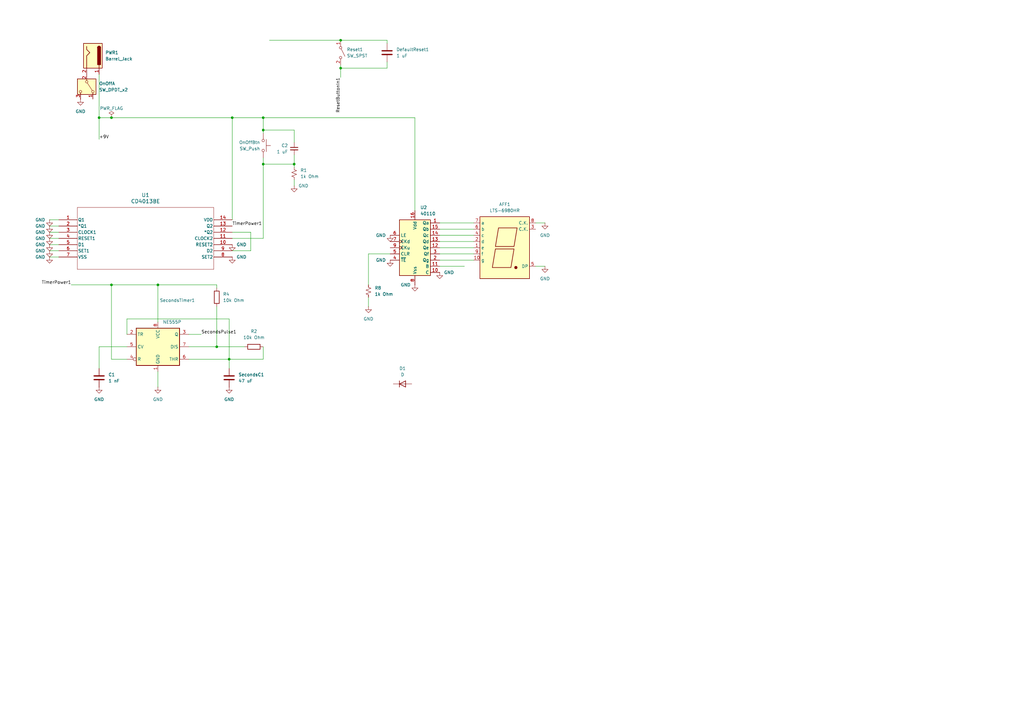
<source format=kicad_sch>
(kicad_sch (version 20231120) (generator "eeschema") (generator_version "8.0")
  (paper "A3")
  (lib_symbols
    (symbol "4xxx_IEEE:40110"
      (property "Reference" "U" (at 6.35 13.97 0))
      (property "Value" "40110" (at 7.62 -13.97 0))
      (symbol "40110_0_1"
        (rectangle (start -6.35 11.43) (end 6.35 -11.43) (stroke (width 0.254)) (fill (type background)))
      )
      (symbol "40110_1_1"
        (pin output line (at 10.16 10.16 180) (length 3.81) (name "Qa") (number "1"))
        (pin output line (at 10.16 -10.16 180) (length 3.81) (name "C") (number "10"))
        (pin output line (at 10.16 -7.62 180) (length 3.81) (name "B") (number "11"))
        (pin output line (at 10.16 0 180) (length 3.81) (name "Qe") (number "12"))
        (pin output line (at 10.16 2.54 180) (length 3.81) (name "Qd") (number "13"))
        (pin output line (at 10.16 5.08 180) (length 3.81) (name "Qc") (number "14"))
        (pin output line (at 10.16 7.62 180) (length 3.81) (name "Qb") (number "15"))
        (pin power_in line (at 0 15.24 270) (length 3.81) (name "Vdd") (number "16"))
        (pin output line (at 10.16 -5.08 180) (length 3.81) (name "Qg") (number "2"))
        (pin output line (at 10.16 -2.54 180) (length 3.81) (name "Qf") (number "3"))
        (pin input line (at -10.16 -5.08 0) (length 3.81) (name "~{TE}") (number "4"))
        (pin input line (at -10.16 -2.54 0) (length 3.81) (name "CLR") (number "5"))
        (pin input line (at -10.16 5.08 0) (length 3.81) (name "LE") (number "6"))
        (pin input clock (at -10.16 2.54 0) (length 3.81) (name "CKd") (number "7"))
        (pin power_in line (at 0 -15.24 90) (length 3.81) (name "Vss") (number "8"))
        (pin input clock (at -10.16 0 0) (length 3.81) (name "CKu") (number "9"))
      )
    )
    (symbol "CD4013BE:CD4013BE" (pin_names (offset 0.254))
      (property "Reference" "U" (at 35.56 10.16 0))
      (property "Value" "CD4013BE" (at 35.56 7.62 0))
      (symbol "CD4013BE_0_1"
        (polyline (pts (xy 7.62 -20.32) (xy 63.5 -20.32)) (stroke (width 0.127)))
        (polyline (pts (xy 7.62 5.08) (xy 7.62 -20.32)) (stroke (width 0.127)))
        (polyline (pts (xy 63.5 -20.32) (xy 63.5 5.08)) (stroke (width 0.127)))
        (polyline (pts (xy 63.5 5.08) (xy 7.62 5.08)) (stroke (width 0.127)))
        (pin unspecified line (at 0 0 0) (length 7.62) (name "Q1") (number "1"))
        (pin unspecified line (at 71.12 -10.16 180) (length 7.62) (name "RESET2") (number "10"))
        (pin unspecified line (at 71.12 -7.62 180) (length 7.62) (name "CLOCK2") (number "11"))
        (pin unspecified line (at 71.12 -5.08 180) (length 7.62) (name "*Q2") (number "12"))
        (pin unspecified line (at 71.12 -2.54 180) (length 7.62) (name "Q2") (number "13"))
        (pin power_in line (at 71.12 0 180) (length 7.62) (name "VDD") (number "14"))
        (pin unspecified line (at 0 -2.54 0) (length 7.62) (name "*Q1") (number "2"))
        (pin unspecified line (at 0 -5.08 0) (length 7.62) (name "CLOCK1") (number "3"))
        (pin unspecified line (at 0 -7.62 0) (length 7.62) (name "RESET1") (number "4"))
        (pin unspecified line (at 0 -10.16 0) (length 7.62) (name "D1") (number "5"))
        (pin unspecified line (at 0 -12.7 0) (length 7.62) (name "SET1") (number "6"))
        (pin power_in line (at 0 -15.24 0) (length 7.62) (name "VSS") (number "7"))
        (pin unspecified line (at 71.12 -15.24 180) (length 7.62) (name "SET2") (number "8"))
        (pin unspecified line (at 71.12 -12.7 180) (length 7.62) (name "D2") (number "9"))
      )
    )
    (symbol "Connector:Barrel_Jack" (pin_names (offset 1.016))
      (property "Reference" "J" (at 0 5.334 0))
      (property "Value" "Barrel_Jack" (at 0 -5.08 0))
      (symbol "Barrel_Jack_0_1"
        (rectangle (start -5.08 3.81) (end 5.08 -3.81) (stroke (width 0.254)) (fill (type background)))
        (arc (start -3.302 3.175) (mid -3.9343 2.54) (end -3.302 1.905) (stroke (width 0.254)))
        (arc (start -3.302 3.175) (mid -3.9343 2.54) (end -3.302 1.905) (stroke (width 0.254)) (fill (type outline)))
        (polyline (pts (xy 5.08 2.54) (xy 3.81 2.54)) (stroke (width 0.254)))
        (polyline (pts (xy -3.81 -2.54) (xy -2.54 -2.54) (xy -1.27 -1.27) (xy 0 -2.54) (xy 2.54 -2.54) (xy 5.08 -2.54)) (stroke (width 0.254)))
        (rectangle (start 3.683 3.175) (end -3.302 1.905) (stroke (width 0.254)) (fill (type outline)))
      )
      (symbol "Barrel_Jack_1_1"
        (pin passive line (at 7.62 2.54 180) (length 2.54) (name "~") (number "1"))
        (pin passive line (at 7.62 -2.54 180) (length 2.54) (name "~") (number "2"))
      )
    )
    (symbol "Device:C" (pin_numbers hide) (pin_names (offset 0.254))
      (property "Reference" "C" (at 0.635 2.54 0))
      (property "Value" "C" (at 0.635 -2.54 0))
      (symbol "C_0_1"
        (polyline (pts (xy -2.032 -0.762) (xy 2.032 -0.762)) (stroke (width 0.508)))
        (polyline (pts (xy -2.032 0.762) (xy 2.032 0.762)) (stroke (width 0.508)))
      )
      (symbol "C_1_1"
        (pin passive line (at 0 3.81 270) (length 2.794) (name "~") (number "1"))
        (pin passive line (at 0 -3.81 90) (length 2.794) (name "~") (number "2"))
      )
    )
    (symbol "Device:C_Small" (pin_numbers hide) (pin_names (offset 0.254) hide)
      (property "Reference" "C" (at 0.254 1.778 0))
      (property "Value" "C_Small" (at 0.254 -2.032 0))
      (symbol "C_Small_0_1"
        (polyline (pts (xy -1.524 -0.508) (xy 1.524 -0.508)) (stroke (width 0.3302)))
        (polyline (pts (xy -1.524 0.508) (xy 1.524 0.508)) (stroke (width 0.3048)))
      )
      (symbol "C_Small_1_1"
        (pin passive line (at 0 2.54 270) (length 2.032) (name "~") (number "1"))
        (pin passive line (at 0 -2.54 90) (length 2.032) (name "~") (number "2"))
      )
    )
    (symbol "Device:D" (pin_numbers hide) (pin_names (offset 1.016) hide)
      (property "Reference" "D" (at 0 2.54 0))
      (property "Value" "D" (at 0 -2.54 0))
      (symbol "D_0_1"
        (polyline (pts (xy -1.27 1.27) (xy -1.27 -1.27)) (stroke (width 0.254)))
        (polyline (pts (xy 1.27 0) (xy -1.27 0)))
        (polyline (pts (xy 1.27 1.27) (xy 1.27 -1.27) (xy -1.27 0) (xy 1.27 1.27)) (stroke (width 0.254)))
      )
      (symbol "D_1_1"
        (pin passive line (at -3.81 0 0) (length 2.54) (name "K") (number "1"))
        (pin passive line (at 3.81 0 180) (length 2.54) (name "A") (number "2"))
      )
    )
    (symbol "Device:R" (pin_numbers hide) (pin_names (offset 0))
      (property "Reference" "R" (at 2.032 0 90))
      (property "Value" "R" (at 0 0 90))
      (symbol "R_0_1"
        (rectangle (start -1.016 -2.54) (end 1.016 2.54) (stroke (width 0.254)))
      )
      (symbol "R_1_1"
        (pin passive line (at 0 3.81 270) (length 1.27) (name "~") (number "1"))
        (pin passive line (at 0 -3.81 90) (length 1.27) (name "~") (number "2"))
      )
    )
    (symbol "Device:R_Small_US" (pin_numbers hide) (pin_names (offset 0.254) hide)
      (property "Reference" "R" (at 0.762 0.508 0))
      (property "Value" "R_Small_US" (at 0.762 -1.016 0))
      (symbol "R_Small_US_1_1"
        (polyline (pts (xy 0 0) (xy 1.016 -0.381) (xy 0 -0.762) (xy -1.016 -1.143) (xy 0 -1.524)))
        (polyline (pts (xy 0 1.524) (xy 1.016 1.143) (xy 0 0.762) (xy -1.016 0.381) (xy 0 0)))
        (pin passive line (at 0 2.54 270) (length 1.016) (name "~") (number "1"))
        (pin passive line (at 0 -2.54 90) (length 1.016) (name "~") (number "2"))
      )
    )
    (symbol "Display_Character:LTS-6980HR"
      (property "Reference" "AFF" (at -7.874 13.97 0))
      (property "Value" "LTS-6980HR" (at 4.064 13.97 0))
      (symbol "LTS-6980HR_0_1"
        (rectangle (start -10.16 12.7) (end 10.16 -12.7) (stroke (width 0.254)) (fill (type background)))
        (polyline (pts (xy -3.81 -0.508) (xy 3.81 -0.508) (xy 2.54 -8.128) (xy -5.08 -8.128) (xy -3.81 -0.508) (xy -3.81 -0.508)) (stroke (width 0.254)))
        (polyline (pts (xy -2.54 8.128) (xy 5.08 8.128) (xy 3.81 0.508) (xy -3.81 0.508) (xy -2.54 8.128) (xy -2.54 8.128)) (stroke (width 0.254)))
        (circle (center 4.572 -8.128) (radius 0.508) (stroke (width 0.254)) (fill (type outline)))
      )
      (symbol "LTS-6980HR_1_1"
        (pin passive line (at -12.7 0 0) (length 2.54) (name "e") (number "1"))
        (pin passive line (at -12.7 -5.08 0) (length 2.54) (name "g") (number "10"))
        (pin passive line (at -12.7 2.54 0) (length 2.54) (name "d") (number "2"))
        (pin passive line (at 12.7 7.62 180) (length 2.54) (name "C.K.") (number "3"))
        (pin passive line (at -12.7 5.08 0) (length 2.54) (name "c") (number "4"))
        (pin passive line (at 12.7 -7.62 180) (length 2.54) (name "DP") (number "5"))
        (pin passive line (at -12.7 7.62 0) (length 2.54) (name "b") (number "6"))
        (pin passive line (at -12.7 10.16 0) (length 2.54) (name "a") (number "7"))
        (pin passive line (at 12.7 10.16 180) (length 2.54) (name "C.K.") (number "8"))
        (pin passive line (at -12.7 -2.54 0) (length 2.54) (name "f") (number "9"))
      )
    )
    (symbol "Switch:SW_DPDT_x2" (pin_names (offset 0) hide)
      (property "Reference" "SW" (at 0 5.08 0))
      (property "Value" "SW_DPDT_x2" (at 0 -5.08 0))
      (symbol "SW_DPDT_x2_0_0"
        (circle (center -2.032 0) (radius 0.508))
        (circle (center 2.032 -2.54) (radius 0.508))
      )
      (symbol "SW_DPDT_x2_0_1"
        (rectangle (start -3.175 3.81) (end 3.175 -3.81) (stroke (width 0.254)) (fill (type background)))
        (polyline (pts (xy -1.524 0.254) (xy 1.5748 2.286)))
        (circle (center 2.032 2.54) (radius 0.508))
      )
      (symbol "SW_DPDT_x2_1_1"
        (pin passive line (at 5.08 2.54 180) (length 2.54) (name "A") (number "1"))
        (pin passive line (at -5.08 0 0) (length 2.54) (name "B") (number "2"))
        (pin passive line (at 5.08 -2.54 180) (length 2.54) (name "C") (number "3"))
      )
      (symbol "SW_DPDT_x2_2_1"
        (pin passive line (at 5.08 2.54 180) (length 2.54) (name "A") (number "4"))
        (pin passive line (at -5.08 0 0) (length 2.54) (name "B") (number "5"))
        (pin passive line (at 5.08 -2.54 180) (length 2.54) (name "C") (number "6"))
      )
    )
    (symbol "Switch:SW_Push" (pin_numbers hide) (pin_names (offset 1.016) hide)
      (property "Reference" "SW" (at 1.27 2.54 0))
      (property "Value" "SW_Push" (at 0 -1.524 0))
      (symbol "SW_Push_0_1"
        (circle (center -2.032 0) (radius 0.508))
        (polyline (pts (xy 0 1.27) (xy 0 3.048)))
        (polyline (pts (xy 2.54 1.27) (xy -2.54 1.27)))
        (circle (center 2.032 0) (radius 0.508))
        (pin passive line (at -5.08 0 0) (length 2.54) (name "1") (number "1"))
        (pin passive line (at 5.08 0 180) (length 2.54) (name "2") (number "2"))
      )
    )
    (symbol "Switch:SW_SPST" (pin_names (offset 0) hide)
      (property "Reference" "SW" (at 0 3.175 0))
      (property "Value" "SW_SPST" (at 0 -2.54 0))
      (symbol "SW_SPST_0_0"
        (circle (center -2.032 0) (radius 0.508))
        (polyline (pts (xy -1.524 0.254) (xy 1.524 1.778)))
        (circle (center 2.032 0) (radius 0.508))
      )
      (symbol "SW_SPST_1_1"
        (pin passive line (at -5.08 0 0) (length 2.54) (name "A") (number "1"))
        (pin passive line (at 5.08 0 180) (length 2.54) (name "B") (number "2"))
      )
    )
    (symbol "Timer:NE555P"
      (property "Reference" "U" (at -10.16 8.89 0))
      (property "Value" "NE555P" (at 2.54 8.89 0))
      (symbol "NE555P_0_0"
        (pin power_in line (at 0 -10.16 90) (length 2.54) (name "GND") (number "1"))
        (pin power_in line (at 0 10.16 270) (length 2.54) (name "VCC") (number "8"))
      )
      (symbol "NE555P_0_1"
        (rectangle (start -8.89 -7.62) (end 8.89 7.62) (stroke (width 0.254)) (fill (type background)))
        (rectangle (start -8.89 -7.62) (end 8.89 7.62) (stroke (width 0.254)) (fill (type background)))
      )
      (symbol "NE555P_1_1"
        (pin input line (at -12.7 5.08 0) (length 3.81) (name "TR") (number "2"))
        (pin output line (at 12.7 5.08 180) (length 3.81) (name "Q") (number "3"))
        (pin input inverted (at -12.7 -5.08 0) (length 3.81) (name "R") (number "4"))
        (pin input line (at -12.7 0 0) (length 3.81) (name "CV") (number "5"))
        (pin input line (at 12.7 -5.08 180) (length 3.81) (name "THR") (number "6"))
        (pin input line (at 12.7 0 180) (length 3.81) (name "DIS") (number "7"))
      )
    )
    (symbol "power:GND" (power) (pin_numbers hide) (pin_names (offset 0) hide)
      (property "Value" "GND" (at 0 -3.81 0))
      (symbol "GND_0_1"
        (polyline (pts (xy 0 0) (xy 0 -1.27) (xy 1.27 -1.27) (xy 0 -2.54) (xy -1.27 -1.27) (xy 0 -1.27)))
      )
      (symbol "GND_1_1"
        (pin power_in line (at 0 0 270) (length 0) (name "~") (number "1"))
      )
    )
    (symbol "power:PWR_FLAG" (power) (pin_numbers hide) (pin_names (offset 0) hide)
      (property "Value" "PWR_FLAG" (at 0 3.81 0))
      (symbol "PWR_FLAG_0_0"
        (pin power_out line (at 0 0 90) (length 0) (name "~") (number "1"))
      )
      (symbol "PWR_FLAG_0_1"
        (polyline (pts (xy 0 0) (xy 0 1.27) (xy -1.016 1.905) (xy 0 2.54) (xy 1.016 1.905) (xy 0 1.27)))
      )
    )
  )
  (junction (at 88.9 142.24))
  (junction (at 107.95 53.34))
  (junction (at 40.64 48.26))
  (junction (at 95.25 48.26))
  (junction (at 45.72 116.84))
  (junction (at 64.77 116.84))
  (junction (at 120.65 67.31))
  (junction (at 139.7 16.51))
  (junction (at 107.95 48.26))
  (junction (at 45.72 48.26))
  (junction (at 93.98 147.32))
  (junction (at 107.95 67.31))
  (junction (at 139.7 27.94))
  (wire (pts (xy 20.32 92.71) (xy 24.13 92.71)))
  (wire (pts (xy 95.25 95.25) (xy 102.87 95.25)))
  (wire (pts (xy 64.77 116.84) (xy 88.9 116.84)))
  (wire (pts (xy 20.32 97.79) (xy 24.13 97.79)))
  (wire (pts (xy 180.34 99.06) (xy 194.31 99.06)))
  (wire (pts (xy 139.7 27.94) (xy 139.7 31.75)))
  (wire (pts (xy 139.7 26.67) (xy 139.7 27.94)))
  (wire (pts (xy 40.64 30.48) (xy 40.64 48.26)))
  (wire (pts (xy 45.72 147.32) (xy 52.07 147.32)))
  (wire (pts (xy 95.25 48.26) (xy 95.25 90.17)))
  (wire (pts (xy 151.13 104.14) (xy 151.13 116.84)))
  (wire (pts (xy 20.32 105.41) (xy 24.13 105.41)))
  (wire (pts (xy 88.9 142.24) (xy 100.33 142.24)))
  (wire (pts (xy 139.7 16.51) (xy 158.75 16.51)))
  (wire (pts (xy 20.32 95.25) (xy 24.13 95.25)))
  (wire (pts (xy 219.71 109.22) (xy 223.52 109.22)))
  (wire (pts (xy 95.25 48.26) (xy 107.95 48.26)))
  (wire (pts (xy 180.34 106.68) (xy 194.31 106.68)))
  (wire (pts (xy 45.72 116.84) (xy 45.72 147.32)))
  (wire (pts (xy 151.13 121.92) (xy 151.13 125.73)))
  (wire (pts (xy 158.75 25.4) (xy 158.75 27.94)))
  (wire (pts (xy 120.65 53.34) (xy 107.95 53.34)))
  (wire (pts (xy 93.98 147.32) (xy 77.47 147.32)))
  (wire (pts (xy 107.95 53.34) (xy 107.95 54.61)))
  (wire (pts (xy 180.34 96.52) (xy 194.31 96.52)))
  (wire (pts (xy 170.18 48.26) (xy 107.95 48.26)))
  (wire (pts (xy 107.95 97.79) (xy 107.95 67.31)))
  (wire (pts (xy 88.9 125.73) (xy 88.9 142.24)))
  (wire (pts (xy 170.18 86.36) (xy 170.18 48.26)))
  (wire (pts (xy 120.65 67.31) (xy 120.65 68.58)))
  (wire (pts (xy 88.9 142.24) (xy 77.47 142.24)))
  (wire (pts (xy 180.34 93.98) (xy 194.31 93.98)))
  (wire (pts (xy 120.65 73.66) (xy 120.65 76.2)))
  (wire (pts (xy 64.77 158.75) (xy 64.77 152.4)))
  (wire (pts (xy 107.95 142.24) (xy 107.95 147.32)))
  (wire (pts (xy 158.75 27.94) (xy 139.7 27.94)))
  (wire (pts (xy 29.21 116.84) (xy 45.72 116.84)))
  (wire (pts (xy 20.32 102.87) (xy 24.13 102.87)))
  (wire (pts (xy 107.95 67.31) (xy 107.95 64.77)))
  (wire (pts (xy 180.34 104.14) (xy 194.31 104.14)))
  (wire (pts (xy 180.34 91.44) (xy 194.31 91.44)))
  (wire (pts (xy 40.64 48.26) (xy 40.64 57.15)))
  (wire (pts (xy 107.95 48.26) (xy 107.95 53.34)))
  (wire (pts (xy 95.25 97.79) (xy 107.95 97.79)))
  (wire (pts (xy 40.64 142.24) (xy 40.64 151.13)))
  (wire (pts (xy 45.72 48.26) (xy 95.25 48.26)))
  (wire (pts (xy 151.13 104.14) (xy 160.02 104.14)))
  (wire (pts (xy 45.72 48.26) (xy 40.64 48.26)))
  (wire (pts (xy 93.98 151.13) (xy 93.98 147.32)))
  (wire (pts (xy 180.34 101.6) (xy 194.31 101.6)))
  (wire (pts (xy 102.87 102.87) (xy 102.87 95.25)))
  (wire (pts (xy 93.98 130.81) (xy 93.98 147.32)))
  (wire (pts (xy 52.07 130.81) (xy 93.98 130.81)))
  (wire (pts (xy 77.47 137.16) (xy 82.55 137.16)))
  (wire (pts (xy 64.77 116.84) (xy 64.77 132.08)))
  (wire (pts (xy 107.95 147.32) (xy 93.98 147.32)))
  (wire (pts (xy 158.75 17.78) (xy 158.75 16.51)))
  (wire (pts (xy 52.07 142.24) (xy 40.64 142.24)))
  (wire (pts (xy 45.72 116.84) (xy 64.77 116.84)))
  (wire (pts (xy 180.34 109.22) (xy 190.5 109.22)))
  (wire (pts (xy 219.71 91.44) (xy 223.52 91.44)))
  (wire (pts (xy 120.65 63.5) (xy 120.65 67.31)))
  (wire (pts (xy 120.65 67.31) (xy 107.95 67.31)))
  (wire (pts (xy 88.9 116.84) (xy 88.9 118.11)))
  (wire (pts (xy 95.25 102.87) (xy 102.87 102.87)))
  (wire (pts (xy 110.49 16.51) (xy 139.7 16.51)))
  (wire (pts (xy 20.32 90.17) (xy 24.13 90.17)))
  (wire (pts (xy 120.65 58.42) (xy 120.65 53.34)))
  (wire (pts (xy 52.07 130.81) (xy 52.07 137.16)))
  (wire (pts (xy 20.32 100.33) (xy 24.13 100.33)))
  (label "ResetButtonIn1" (at 139.7 31.75 270))
  (label "SecondsPulse1" (at 82.55 137.16 0))
  (label "TimerPower1" (at 95.25 92.71 0))
  (label "TimerPower1" (at 29.21 116.84 180))
  (label "+9V" (at 40.64 57.15 0))
  (symbol (lib_id "power:GND") (at 20.32 105.41 0) (mirror y) (unit 1)
    (property "Reference" "#PWR07" (effects (hide yes)))
    (property "Value" "GND" (at 16.51 105.41 0))
  )
  (symbol (lib_id "Timer:NE555P") (at 64.77 142.24 0) (unit 1)
    (property "Reference" "SecondsTimer1" (at 65.5194 123.19 0) (effects (justify left)))
    (property "Value" "NE555P" (at 66.7894 132.08 0) (effects (justify left)))
    (property "Footprint" "Package_DIP:DIP-8_W7.62mm" (effects (hide yes)))
    (property "Datasheet" "http://www.ti.com/lit/ds/symlink/ne555.pdf" (effects (hide yes)))
    (property "Description" "Precision Timers, 555 compatible,  PDIP-8" (effects (hide yes)))
  )
  (symbol (lib_id "power:GND") (at 170.18 116.84 0) (mirror y) (unit 1)
    (property "Reference" "#PWR027" (effects (hide yes)))
    (property "Value" "GND" (at 166.37 116.84 0))
  )
  (symbol (lib_id "Device:R") (at 88.9 121.92 0) (unit 1)
    (property "Reference" "R4" (at 91.44 120.6499 0) (effects (justify left)))
    (property "Value" "10k Ohm" (at 91.44 123.1899 0) (effects (justify left)))
    (property "Footprint" "Resistor_THT:R_Axial_DIN0207_L6.3mm_D2.5mm_P10.16mm_Horizontal" (effects (hide yes)))
    (property "Description" "Resistor" (effects (hide yes)))
  )
  (symbol (lib_id "power:GND") (at 95.25 100.33 0) (unit 1)
    (property "Reference" "#PWR021" (effects (hide yes)))
    (property "Value" "GND" (at 99.06 100.33 0))
  )
  (symbol (lib_id "Switch:SW_Push") (at 107.95 59.69 270) (mirror x) (unit 1)
    (property "Reference" "OnOffBtn" (at 106.68 58.4199 90) (effects (justify right)))
    (property "Value" "SW_Push" (at 106.68 60.9599 90) (effects (justify right)))
  )
  (symbol (lib_id "power:GND") (at 120.65 76.2 0) (unit 1)
    (property "Reference" "#PWR012" (effects (hide yes)))
    (property "Value" "GND" (at 124.46 76.2 0))
  )
  (symbol (lib_id "Device:D") (at 165.1 157.48 0) (unit 1)
    (property "Reference" "D1" (at 165.1 151.13 0))
    (property "Value" "D" (at 165.1 153.67 0))
    (property "Description" "Diode" (effects (hide yes)))
    (property "Sim.Device" "D" (effects (hide yes)))
    (property "Sim.Pins" "1=K 2=A" (effects (hide yes)))
  )
  (symbol (lib_id "Device:R_Small_US") (at 151.13 119.38 0) (unit 1)
    (property "Reference" "R8" (at 153.67 118.1099 0) (effects (justify left)))
    (property "Value" "1k Ohm" (at 153.67 120.6499 0) (effects (justify left)))
  )
  (symbol (lib_id "Device:R") (at 104.14 142.24 90) (unit 1)
    (property "Reference" "R2" (at 104.14 135.89 90))
    (property "Value" "10k Ohm" (at 104.14 138.43 90))
    (property "Footprint" "Resistor_THT:R_Axial_DIN0207_L6.3mm_D2.5mm_P10.16mm_Horizontal" (effects (hide yes)))
    (property "Description" "Resistor" (effects (hide yes)))
  )
  (symbol (lib_id "power:GND") (at 180.34 111.76 0) (unit 1)
    (property "Reference" "#PWR028" (effects (hide yes)))
    (property "Value" "GND" (at 184.15 111.76 0))
  )
  (symbol (lib_id "Switch:SW_SPST") (at 139.7 21.59 270) (unit 1)
    (property "Reference" "Reset1" (at 142.24 20.3199 90) (effects (justify left)))
    (property "Value" "SW_SPST" (at 142.24 22.8599 90) (effects (justify left)))
    (property "Footprint" "Button_Switch_THT:SW_PUSH_6mm" (effects (hide yes)))
    (property "Description" "Single Pole Single Throw (SPST) switch" (effects (hide yes)))
  )
  (symbol (lib_id "power:GND") (at 20.32 95.25 0) (mirror y) (unit 1)
    (property "Reference" "#PWR03" (effects (hide yes)))
    (property "Value" "GND" (at 16.51 95.25 0))
  )
  (symbol (lib_id "power:GND") (at 20.32 100.33 0) (mirror y) (unit 1)
    (property "Reference" "#PWR05" (effects (hide yes)))
    (property "Value" "GND" (at 16.51 100.33 0))
  )
  (symbol (lib_id "CD4013BE:CD4013BE") (at 24.13 90.17 0) (unit 1)
    (property "Reference" "U1" (at 59.69 80.01 0) (effects (font (size 1.524 1.524))))
    (property "Value" "CD4013BE" (at 59.69 82.55 0) (effects (font (size 1.524 1.524))))
    (property "Footprint" "N14" (effects (hide yes)))
    (property "Datasheet" "CD4013BE" (effects (hide yes)))
  )
  (symbol (lib_id "power:GND") (at 160.02 96.52 0) (mirror y) (unit 1)
    (property "Reference" "#PWR013" (effects (hide yes)))
    (property "Value" "GND" (at 156.21 96.52 0))
  )
  (symbol (lib_id "power:PWR_FLAG") (at 45.72 48.26 0) (unit 1)
    (property "Reference" "#FLG01" (effects (hide yes)))
    (property "Value" "PWR_FLAG" (at 45.72 44.45 0))
    (property "Description" "Special symbol for telling ERC where power comes from" (effects (hide yes)))
  )
  (symbol (lib_id "power:GND") (at 40.64 158.75 0) (unit 1)
    (property "Reference" "#PWR08" (effects (hide yes)))
    (property "Value" "GND" (at 40.64 163.83 0))
    (property "Description" "Power symbol creates a global label with name \"GND\" , ground" (effects (hide yes)))
  )
  (symbol (lib_id "Display_Character:LTS-6980HR") (at 207.01 101.6 0) (unit 1)
    (property "Reference" "AFF1" (at 207.01 83.82 0))
    (property "Value" "LTS-6980HR" (at 207.01 86.36 0))
    (property "Footprint" "Display_7Segment:7SegmentLED_LTS6760_LTS6780" (effects (hide yes)))
    (property "Datasheet" "http://datasheet.octopart.com/LTS-6960HR-Lite-On-datasheet-11803242.pdf" (effects (hide yes)))
    (property "Description" "DISPLAY 7 SEGMENTS common K, high efficient red" (effects (hide yes)))
  )
  (symbol (lib_id "Connector:Barrel_Jack") (at 38.1 22.86 270) (unit 1)
    (property "Reference" "PWR1" (at 43.18 21.5899 90) (effects (justify left)))
    (property "Value" "Barrel_Jack" (at 43.18 24.1299 90) (effects (justify left)))
    (property "Footprint" "Connector_BarrelJack:BarrelJack_GCT_DCJ200-10-A_Horizontal" (effects (hide yes)))
    (property "Description" "DC Barrel Jack" (effects (hide yes)))
  )
  (symbol (lib_id "Switch:SW_DPDT_x2") (at 35.56 35.56 270) (unit 1)
    (property "Reference" "OnOff" (at 40.64 34.2899 90) (effects (justify left)))
    (property "Value" "SW_DPDT_x2" (at 40.64 36.8299 90) (effects (justify left)))
    (property "Footprint" "slw-1678105:SW_SLW_1678105_DPDT_Slide" (effects (hide yes)))
    (property "Description" "Switch, dual pole double throw, separate symbols" (effects (hide yes)))
  )
  (symbol (lib_id "Device:C") (at 158.75 21.59 0) (unit 1)
    (property "Reference" "DefaultReset1" (at 162.56 20.3199 0) (effects (justify left)))
    (property "Value" "1 uF" (at 162.56 22.8599 0) (effects (justify left)))
    (property "Footprint" "Capacitor_THT:CP_Radial_D8.0mm_P5.00mm" (effects (hide yes)))
    (property "Description" "Unpolarized capacitor" (effects (hide yes)))
  )
  (symbol (lib_id "4xxx_IEEE:40110") (at 170.18 101.6 0) (unit 1)
    (property "Reference" "U2" (at 172.3741 85.09 0) (effects (justify left)))
    (property "Value" "40110" (at 172.3741 87.63 0) (effects (justify left)))
  )
  (symbol (lib_id "power:GND") (at 223.52 91.44 0) (unit 1)
    (property "Reference" "#PWR014" (effects (hide yes)))
    (property "Value" "GND" (at 223.52 96.52 0))
  )
  (symbol (lib_id "Device:R_Small_US") (at 120.65 71.12 0) (unit 1)
    (property "Reference" "R1" (at 123.19 69.8499 0) (effects (justify left)))
    (property "Value" "1k Ohm" (at 123.19 72.3899 0) (effects (justify left)))
  )
  (symbol (lib_id "Device:C_Small") (at 120.65 60.96 0) (mirror y) (unit 1)
    (property "Reference" "C2" (at 118.11 59.6962 0) (effects (justify left)))
    (property "Value" "1 uF" (at 118.11 62.2362 0) (effects (justify left)))
    (property "Description" "Unpolarized capacitor, small symbol" (effects (hide yes)))
  )
  (symbol (lib_id "power:GND") (at 33.02 40.64 0) (unit 1)
    (property "Reference" "#PWR01" (effects (hide yes)))
    (property "Value" "GND" (at 33.02 45.72 0))
    (property "Description" "Power symbol creates a global label with name \"GND\" , ground" (effects (hide yes)))
  )
  (symbol (lib_id "Device:C") (at 40.64 154.94 0) (unit 1)
    (property "Reference" "C1" (at 44.45 153.6699 0) (effects (justify left)))
    (property "Value" "1 nF" (at 44.45 156.2099 0) (effects (justify left)))
    (property "Footprint" "Capacitor_THT:CP_Radial_D5.0mm_P2.50mm" (effects (hide yes)))
    (property "Description" "Unpolarized capacitor" (effects (hide yes)))
  )
  (symbol (lib_id "power:GND") (at 20.32 90.17 0) (mirror y) (unit 1)
    (property "Reference" "#PWR09" (effects (hide yes)))
    (property "Value" "GND" (at 16.51 90.17 0))
  )
  (symbol (lib_id "power:GND") (at 160.02 106.68 0) (mirror y) (unit 1)
    (property "Reference" "#PWR015" (effects (hide yes)))
    (property "Value" "GND" (at 156.21 106.68 0))
  )
  (symbol (lib_id "power:GND") (at 20.32 102.87 0) (mirror y) (unit 1)
    (property "Reference" "#PWR06" (effects (hide yes)))
    (property "Value" "GND" (at 16.51 102.87 0))
  )
  (symbol (lib_id "power:GND") (at 64.77 158.75 0) (unit 1)
    (property "Reference" "#PWR010" (effects (hide yes)))
    (property "Value" "GND" (at 64.77 163.83 0))
    (property "Description" "Power symbol creates a global label with name \"GND\" , ground" (effects (hide yes)))
  )
  (symbol (lib_id "power:GND") (at 223.52 109.22 0) (unit 1)
    (property "Reference" "#PWR030" (effects (hide yes)))
    (property "Value" "GND" (at 223.52 114.3 0))
  )
  (symbol (lib_id "Device:C") (at 93.98 154.94 0) (unit 1)
    (property "Reference" "SecondsC1" (at 97.79 153.6699 0) (effects (justify left)))
    (property "Value" "47 uF" (at 97.79 156.2099 0) (effects (justify left)))
    (property "Footprint" "Capacitor_THT:CP_Radial_D8.0mm_P5.00mm" (effects (hide yes)))
    (property "Description" "Unpolarized capacitor" (effects (hide yes)))
  )
  (symbol (lib_id "power:GND") (at 20.32 92.71 0) (mirror y) (unit 1)
    (property "Reference" "#PWR02" (effects (hide yes)))
    (property "Value" "GND" (at 16.51 92.71 0))
  )
  (symbol (lib_id "power:GND") (at 95.25 105.41 0) (unit 1)
    (property "Reference" "#PWR023" (effects (hide yes)))
    (property "Value" "GND" (at 99.06 105.41 0))
  )
  (symbol (lib_id "power:GND") (at 151.13 125.73 0) (mirror y) (unit 1)
    (property "Reference" "#PWR024" (effects (hide yes)))
    (property "Value" "GND" (at 151.13 130.81 0))
  )
  (symbol (lib_id "power:GND") (at 20.32 97.79 0) (mirror y) (unit 1)
    (property "Reference" "#PWR04" (effects (hide yes)))
    (property "Value" "GND" (at 16.51 97.79 0))
  )
  (symbol (lib_id "power:GND") (at 93.98 158.75 0) (unit 1)
    (property "Reference" "#PWR011" (effects (hide yes)))
    (property "Value" "GND" (at 93.98 163.83 0))
    (property "Description" "Power symbol creates a global label with name \"GND\" , ground" (effects (hide yes)))
  )
)
</source>
